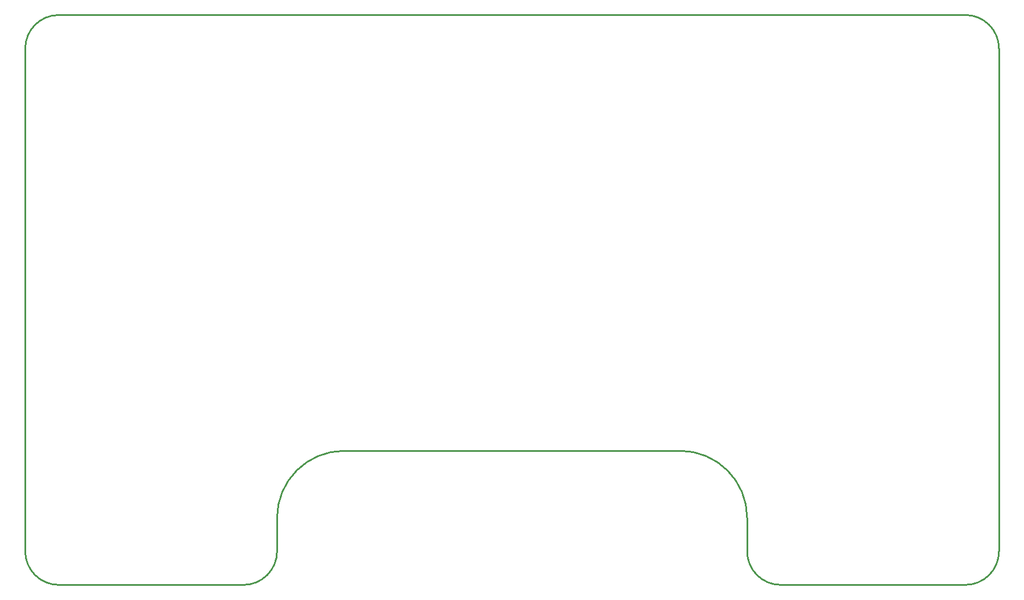
<source format=gbr>
%TF.GenerationSoftware,KiCad,Pcbnew,7.0.1*%
%TF.CreationDate,2024-06-21T03:41:51+03:00*%
%TF.ProjectId,ECUGDI,45435547-4449-42e6-9b69-6361645f7063,rev?*%
%TF.SameCoordinates,Original*%
%TF.FileFunction,Profile,NP*%
%FSLAX46Y46*%
G04 Gerber Fmt 4.6, Leading zero omitted, Abs format (unit mm)*
G04 Created by KiCad (PCBNEW 7.0.1) date 2024-06-21 03:41:51*
%MOMM*%
%LPD*%
G01*
G04 APERTURE LIST*
%TA.AperFunction,Profile*%
%ADD10C,0.250000*%
%TD*%
G04 APERTURE END LIST*
D10*
X114500000Y-108050000D02*
X164500000Y-108050000D01*
X104500000Y-123050000D02*
X104500000Y-118050000D01*
X72000000Y-128050000D02*
X99500000Y-128050000D01*
X207000000Y-43050000D02*
X72000000Y-43050000D01*
X212000000Y-123050000D02*
X212000000Y-48050000D01*
X99500000Y-128050000D02*
G75*
G03*
X104500000Y-123050000I0J5000000D01*
G01*
X174500000Y-123050000D02*
G75*
G03*
X179500000Y-128050000I5000000J0D01*
G01*
X179500000Y-128050000D02*
X207000000Y-128050000D01*
X207000000Y-128050000D02*
G75*
G03*
X212000000Y-123050000I0J5000000D01*
G01*
X67000000Y-48050000D02*
X67000000Y-123050000D01*
X72000000Y-43050000D02*
G75*
G03*
X67000000Y-48050000I0J-5000000D01*
G01*
X67000000Y-123050000D02*
G75*
G03*
X72000000Y-128050000I5000000J0D01*
G01*
X212000000Y-48050000D02*
G75*
G03*
X207000000Y-43050000I-5000000J0D01*
G01*
X174500000Y-118050000D02*
X174500000Y-123050000D01*
X174500000Y-118050000D02*
G75*
G03*
X164500000Y-108050000I-10000000J0D01*
G01*
X114500000Y-108050000D02*
G75*
G03*
X104500000Y-118050000I0J-10000000D01*
G01*
M02*

</source>
